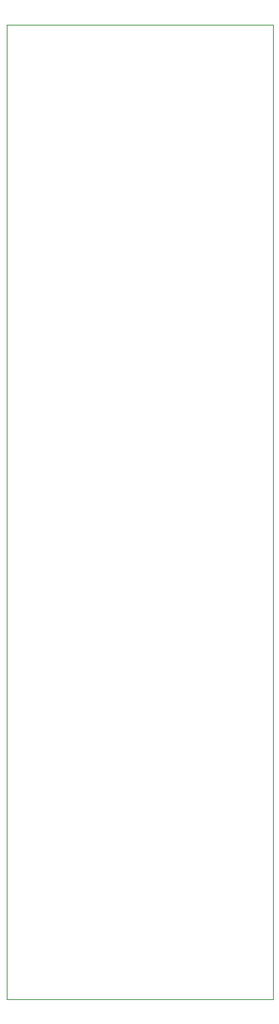
<source format=gm1>
G04 #@! TF.GenerationSoftware,KiCad,Pcbnew,(5.1.9)-1*
G04 #@! TF.CreationDate,2021-10-11T17:14:50+02:00*
G04 #@! TF.ProjectId,StupidBox,53747570-6964-4426-9f78-2e6b69636164,rev?*
G04 #@! TF.SameCoordinates,Original*
G04 #@! TF.FileFunction,Profile,NP*
%FSLAX46Y46*%
G04 Gerber Fmt 4.6, Leading zero omitted, Abs format (unit mm)*
G04 Created by KiCad (PCBNEW (5.1.9)-1) date 2021-10-11 17:14:50*
%MOMM*%
%LPD*%
G01*
G04 APERTURE LIST*
G04 #@! TA.AperFunction,Profile*
%ADD10C,0.050000*%
G04 #@! TD*
G04 APERTURE END LIST*
D10*
X60000000Y-31000000D02*
X60000001Y-141000000D01*
X30000000Y-141000000D02*
X60000000Y-141000000D01*
X30000000Y-31000000D02*
X60000000Y-31000000D01*
X30000000Y-31000000D02*
X30000000Y-141000000D01*
M02*

</source>
